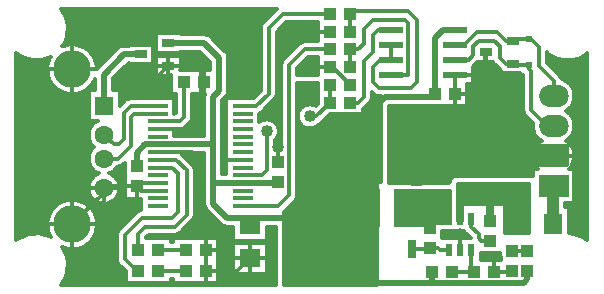
<source format=gtl>
G04 DipTrace 2.4.0.2*
%INTop.gbr*%
%MOIN*%
%ADD14C,0.013*%
%ADD15C,0.0197*%
%ADD16C,0.0125*%
%ADD17C,0.0394*%
%ADD19R,0.063X0.0709*%
%ADD20R,0.0709X0.063*%
%ADD21R,0.0394X0.0433*%
%ADD22R,0.0433X0.0394*%
%ADD24R,0.0827X0.0551*%
%ADD26R,0.0315X0.063*%
%ADD27R,0.0984X0.0748*%
%ADD28O,0.0984X0.0748*%
%ADD29R,0.063X0.063*%
%ADD30C,0.063*%
%ADD31C,0.126*%
%ADD32R,0.0394X0.126*%
%ADD34R,0.0413X0.0256*%
%ADD36R,0.0236X0.0236*%
%ADD37R,0.0787X0.0236*%
%ADD38R,0.0709X0.0157*%
%ADD39R,0.0236X0.0433*%
%ADD40C,0.04*%
%FSLAX44Y44*%
G04*
G70*
G90*
G75*
G01*
%LNTop*%
%LPD*%
X20171Y4687D2*
D14*
Y5187D1*
X19046Y5937D2*
Y5406D1*
X20796Y4727D2*
X20756Y4687D1*
X20171D1*
X19921Y12008D2*
X19882D1*
Y8750D1*
X19546Y8414D1*
X18878Y11258D2*
X19882D1*
Y12008D1*
X18878Y10630D2*
Y11258D1*
Y10630D2*
Y9083D1*
X19546Y8414D1*
X14724Y12697D2*
X14075D1*
X13976Y12795D1*
X14724Y11516D2*
X14803D1*
X15394Y10925D1*
X14724Y11516D2*
X14173D1*
X14075Y11614D1*
X12992Y8346D2*
Y8858D1*
X10571Y4724D2*
Y5413D1*
Y4724D2*
X11189D1*
X11624D1*
X12046Y5147D1*
X7185Y7480D2*
Y7335D1*
X6122Y6272D1*
X8976Y7657D2*
X8386D1*
X8268Y7539D1*
X8976Y7402D2*
X8406D1*
X8268Y7539D1*
X9327Y11564D2*
X10286D1*
X10433Y11417D1*
Y10945D1*
X10512Y11024D1*
X8268Y7539D2*
X7244D1*
X7185Y7480D1*
X8976Y9449D2*
X9843D1*
X10124Y9731D1*
X10433Y10039D1*
Y10945D1*
X8976Y8681D2*
X10118D1*
X10335Y8465D1*
X11189Y4724D2*
Y5051D1*
X11122Y5118D1*
X10124Y9731D2*
X10151D1*
X10335Y9547D1*
X8858Y10925D2*
Y11095D1*
X9327Y11564D1*
X11811Y8425D2*
X11260D1*
X11122Y8563D1*
Y10335D1*
X11614Y10827D1*
X8996Y5413D2*
X9902D1*
X18127Y4687D2*
D15*
Y4312D1*
X16171D1*
Y5411D1*
X16127Y5455D1*
Y6768D1*
X16171Y6812D1*
X18127Y4312D2*
X21171D1*
X21296Y4437D1*
Y4727D1*
X18209Y10630D2*
Y12500D1*
X18467Y12758D1*
X18878D1*
X18209Y10630D2*
Y10531D1*
X16535D1*
X16240Y10236D1*
Y9006D1*
X16171Y8937D1*
X8976D2*
X8543D1*
X8268Y8661D1*
Y8209D1*
X11811Y7657D2*
X12972D1*
X12992Y7677D1*
X9327Y12312D2*
X10523D1*
X11024Y11811D1*
Y10728D1*
X10827Y10531D1*
Y8937D1*
Y7657D1*
X11811D1*
X8976Y8937D2*
X10827D1*
Y7657D2*
Y6969D1*
X11296Y6500D1*
X11929D1*
X15859D1*
X16171Y6812D1*
X11929Y6500D2*
D14*
X11804Y6375D1*
X12046D1*
Y6250D1*
X15394Y10335D2*
X15650D1*
X15846Y10531D1*
Y11713D1*
X16142Y12008D1*
Y12598D1*
X16301Y12758D1*
X16752D1*
X14724Y12106D2*
X13878D1*
X13359Y11587D1*
Y7256D1*
X12992Y6890D1*
X11811D1*
X16752Y11758D2*
D16*
Y12258D1*
X15394Y13287D2*
Y12697D1*
Y13287D2*
D14*
Y13386D1*
X17323D1*
X17618Y13091D1*
Y11024D1*
X17421Y10827D1*
X16339D1*
X16142Y11024D1*
Y11516D1*
X16384Y11758D1*
X16752D1*
X22169Y9555D2*
D16*
X21941D1*
X21421Y10075D1*
Y11375D1*
X21358Y11437D1*
Y11575D1*
X20827D1*
Y11634D1*
X18878Y11758D2*
X19337D1*
X19488Y11909D1*
Y12205D1*
X19685Y12402D1*
X20177D1*
X20374Y12205D1*
Y11811D1*
X20571Y11614D1*
X20807D1*
X20827Y11634D1*
X21358Y12441D2*
X21417D1*
X21671Y12187D1*
Y11562D1*
X22169Y11064D1*
Y10555D1*
X21358Y12441D2*
X20827D1*
Y12382D1*
X20591D1*
X20276Y12697D1*
X19619D1*
X19180Y12258D1*
X18878D1*
X19420Y5406D2*
D14*
Y4769D1*
X19502Y4687D1*
X18796D2*
X19502D1*
X14724Y13287D2*
X13147D1*
X12671Y12812D1*
Y10625D1*
X12263Y10217D1*
X11811D1*
X8996Y4724D2*
X9902D1*
X20046Y5727D2*
X19756D1*
X19671Y5812D1*
Y5937D1*
X19420Y6188D1*
Y6469D1*
X17466Y5455D2*
X18024D1*
X18046Y5477D1*
X18318D1*
X18390Y5406D1*
X18672D1*
X20796Y5397D2*
X21296D1*
X22169Y7555D2*
D17*
X22165Y7551D1*
Y6299D1*
X8421Y11938D2*
D15*
X8420Y11937D1*
X7859D1*
X7185Y11263D1*
Y10236D1*
X8976Y9961D2*
D14*
X8189D1*
X8071Y9843D1*
Y8899D1*
X7636Y8465D1*
X7185D1*
X8976Y10217D2*
X8076D1*
X7859Y10000D1*
Y9125D1*
X7671Y8937D1*
X7500D1*
X7185Y9252D1*
X8327Y5413D2*
Y5965D1*
X8563Y6201D1*
X9547D1*
X9941Y6594D1*
Y8071D1*
X9587Y8425D1*
X8976D1*
X8327Y4724D2*
X8268D1*
X7874Y5118D1*
Y5906D1*
X8465Y6496D1*
X9449D1*
X9646Y6693D1*
Y7972D1*
X9449Y8169D1*
X8976D1*
Y9705D2*
X9705D1*
X9843Y9843D1*
Y11024D1*
X15394Y12106D2*
D16*
Y11516D1*
Y12106D2*
D14*
X15650D1*
X15846Y12303D1*
Y12795D1*
X16142Y13091D1*
X17224D1*
X17323Y12992D1*
Y11258D1*
X16752D1*
X14724Y10335D2*
Y10925D1*
X11811Y7913D2*
X12441D1*
X12609Y8081D1*
Y9375D1*
X14046Y9875D2*
X14264D1*
X14724Y10335D1*
D40*
X20171Y5187D3*
X19046Y5937D3*
X13976Y12795D3*
X14075Y11614D3*
X12992Y8858D3*
X10335Y8465D3*
X11122Y5118D3*
X10335Y8465D3*
Y9547D3*
Y8465D3*
X8858Y10925D3*
X11614Y10827D3*
X12992Y8858D3*
X10335Y9547D3*
X12609Y9375D3*
X14046Y9875D3*
X10484Y13250D3*
X21234Y9187D3*
X18671D3*
X17921D3*
X17796Y9812D3*
X19671Y9187D3*
X20421D3*
X18999Y7493D2*
D14*
X21343D1*
X18999Y7365D2*
X21343D1*
X18999Y7236D2*
X21343D1*
X18999Y7108D2*
X21343D1*
X18999Y6979D2*
X21343D1*
X19004Y6850D2*
X19089D1*
X19999D2*
X20093D1*
X20561D2*
X21343D1*
X19004Y6722D2*
X19089D1*
X19999D2*
X20093D1*
X20561D2*
X21343D1*
X19004Y6593D2*
X19089D1*
X19999D2*
X20093D1*
X20561D2*
X21343D1*
X19004Y6465D2*
X19089D1*
X19999D2*
X20093D1*
X20561D2*
X21343D1*
X20561Y6336D2*
X21343D1*
X20561Y6207D2*
X21343D1*
X20561Y6079D2*
X21343D1*
X19102Y6379D2*
Y6885D1*
X19108D1*
X19112Y6902D1*
X19162Y6939D1*
X19921D1*
X19976Y6908D1*
X19986Y6875D1*
Y6377D1*
X20106D1*
Y6875D1*
X20138Y6929D1*
X20171Y6939D1*
X20484D1*
X20539Y6908D1*
X20549Y6875D1*
Y6002D1*
X21356D1*
Y7622D1*
X18986D1*
Y6885D1*
X18990D1*
Y6376D1*
X19102Y6377D1*
X16937Y7306D2*
X18718D1*
X16937Y7177D2*
X18718D1*
X16937Y7049D2*
X18718D1*
X16937Y6920D2*
X18718D1*
X16937Y6791D2*
X18714D1*
X16937Y6663D2*
X18714D1*
X16937Y6534D2*
X18714D1*
X16937Y6406D2*
X18714D1*
X16937Y6277D2*
X18156D1*
X18728Y6314D2*
X18731Y6894D1*
Y7372D1*
X16924D1*
Y6252D1*
X18168D1*
X18175Y6277D1*
X18225Y6314D1*
X18727D1*
X13636Y10868D2*
X14294D1*
X13636Y10740D2*
X14294D1*
X13636Y10611D2*
X14294D1*
X16125D2*
X16173D1*
X13636Y10483D2*
X14294D1*
X16119D2*
X16406D1*
X13636Y10354D2*
X14294D1*
X16056D2*
X16406D1*
X13636Y10225D2*
X13842D1*
X15928D2*
X16406D1*
X13636Y10097D2*
X13702D1*
X15823D2*
X16406D1*
X15823Y9968D2*
X16406D1*
X14617Y9840D2*
X16406D1*
X14489Y9711D2*
X16406D1*
X13636Y9582D2*
X13761D1*
X14333D2*
X16406D1*
X13636Y9454D2*
X16406D1*
X13636Y9325D2*
X16406D1*
X13636Y9197D2*
X16406D1*
X13636Y9068D2*
X16406D1*
X13636Y8939D2*
X16406D1*
X13636Y8811D2*
X16406D1*
X13636Y8682D2*
X16406D1*
X13636Y8553D2*
X16406D1*
X13636Y8425D2*
X16406D1*
X13636Y8296D2*
X16406D1*
X13636Y8168D2*
X16406D1*
X13636Y8039D2*
X16406D1*
X13636Y7910D2*
X16406D1*
X13636Y7782D2*
X16406D1*
X13636Y7653D2*
X16280D1*
X13636Y7525D2*
X16280D1*
X13636Y7396D2*
X16280D1*
X13636Y7267D2*
X16280D1*
X13610Y7139D2*
X16280D1*
X13500Y7010D2*
X16280D1*
X13372Y6882D2*
X16280D1*
X13243Y6753D2*
X16280D1*
X13188Y6624D2*
X16280D1*
X13188Y6496D2*
X16280D1*
X13188Y6367D2*
X16280D1*
X13188Y6239D2*
X16280D1*
X13188Y6110D2*
X16280D1*
X13188Y5981D2*
X16280D1*
X13188Y5853D2*
X16280D1*
X13188Y5724D2*
X16280D1*
X13188Y5595D2*
X16280D1*
X13188Y5467D2*
X16280D1*
X13188Y5338D2*
X16280D1*
X13188Y5210D2*
X16280D1*
X13188Y5081D2*
X16280D1*
X13188Y4952D2*
X16280D1*
X13188Y4824D2*
X16280D1*
X13188Y4695D2*
X16280D1*
X13188Y4567D2*
X16280D1*
X13188Y4438D2*
X16280D1*
X13188Y4309D2*
X16280D1*
X14309Y10528D2*
X14308Y10723D1*
Y10997D1*
X13623D1*
X13624Y7256D1*
X13616Y7192D1*
X13593Y7132D1*
X13546Y7069D1*
X13178Y6701D1*
X13174Y6605D1*
Y4252D1*
X16294D1*
Y7625D1*
X16326Y7679D1*
X16359Y7689D1*
X16419D1*
Y10562D1*
X16339D1*
X16274Y10570D1*
X16214Y10593D1*
X16151Y10639D1*
X16112Y10678D1*
X16111Y10531D1*
X16104Y10467D1*
X16080Y10407D1*
X16034Y10344D1*
X15817Y10129D1*
X15810Y10082D1*
Y9938D1*
X14977Y9940D1*
X14701Y9938D1*
X14452Y9687D1*
X14378Y9635D1*
X14271Y9544D1*
X14215Y9512D1*
X14154Y9489D1*
X14090Y9477D1*
X14025Y9475D1*
X13961Y9484D1*
X13899Y9503D1*
X13841Y9531D1*
X13788Y9569D1*
X13742Y9615D1*
X13704Y9668D1*
X13675Y9726D1*
X13656Y9788D1*
X13647Y9852D1*
X13648Y9917D1*
X13660Y9981D1*
X13683Y10041D1*
X13714Y10098D1*
X13755Y10149D1*
X13803Y10192D1*
X13858Y10227D1*
X13917Y10253D1*
X13980Y10269D1*
X14045Y10275D1*
X14109Y10270D1*
X14173Y10254D1*
X14241Y10223D1*
X14308Y10293D1*
X14310Y10732D1*
X17062Y9118D2*
X21385D1*
X17062Y8990D2*
X21513D1*
X17062Y8861D2*
X22593D1*
X17062Y8733D2*
X22593D1*
X17062Y8604D2*
X22593D1*
X17062Y8475D2*
X22593D1*
X17062Y8347D2*
X22593D1*
X17062Y8218D2*
X21342D1*
X17062Y8090D2*
X18718D1*
X17062Y7961D2*
X18718D1*
X17062Y7832D2*
X18718D1*
X17062Y7704D2*
X18718D1*
X17049Y9182D2*
Y7689D1*
X18731D1*
Y8062D1*
X18763Y8117D1*
X18796Y8127D1*
X21356D1*
Y8187D1*
X21388Y8242D1*
X21421Y8252D1*
X22606D1*
Y8872D1*
X21670Y8873D1*
X21625Y8891D1*
X21268Y9248D1*
X20647Y9247D1*
X17049D1*
Y9182D1*
X5841Y13326D2*
X12798D1*
X5904Y13198D2*
X12668D1*
X5949Y13069D2*
X12540D1*
X5975Y12940D2*
X12427D1*
X13188D2*
X14294D1*
X5985Y12812D2*
X12394D1*
X13058D2*
X14294D1*
X5979Y12683D2*
X12394D1*
X12950D2*
X14294D1*
X5957Y12554D2*
X8907D1*
X10709D2*
X12394D1*
X12950D2*
X14294D1*
X5918Y12426D2*
X8907D1*
X10843D2*
X12394D1*
X12950D2*
X14294D1*
X5859Y12297D2*
X8907D1*
X10973D2*
X12394D1*
X12950D2*
X13681D1*
X6541Y12169D2*
X7658D1*
X8841D2*
X8907D1*
X11101D2*
X12394D1*
X12950D2*
X13553D1*
X6714Y12040D2*
X7526D1*
X8841D2*
X8907D1*
X11229D2*
X12394D1*
X12950D2*
X13423D1*
X6821Y11911D2*
X7398D1*
X8841D2*
X10488D1*
X11318D2*
X12394D1*
X12950D2*
X13296D1*
X21947D2*
X22057D1*
X23218D2*
X23283D1*
X4276Y11783D2*
X4629D1*
X5214D2*
X5350D1*
X6893D2*
X7271D1*
X8841D2*
X8907D1*
X9747D2*
X10616D1*
X11334D2*
X12394D1*
X12950D2*
X13168D1*
X13943D2*
X14294D1*
X21947D2*
X22345D1*
X22930D2*
X23283D1*
X4276Y11654D2*
X5305D1*
X6937D2*
X7141D1*
X8841D2*
X8907D1*
X9747D2*
X10711D1*
X11334D2*
X12394D1*
X12950D2*
X13089D1*
X13813D2*
X14294D1*
X19617D2*
X20151D1*
X21963D2*
X23283D1*
X4276Y11526D2*
X5283D1*
X7883D2*
X8907D1*
X9747D2*
X10711D1*
X11334D2*
X12394D1*
X12950D2*
X13080D1*
X13685D2*
X14294D1*
X19485D2*
X20275D1*
X22091D2*
X23283D1*
X4276Y11397D2*
X5281D1*
X7753D2*
X8907D1*
X11334D2*
X12394D1*
X12950D2*
X13080D1*
X13636D2*
X14294D1*
X19485D2*
X20407D1*
X22221D2*
X23283D1*
X4276Y11268D2*
X5297D1*
X7625D2*
X8907D1*
X11334D2*
X12394D1*
X12950D2*
X13080D1*
X13636D2*
X14294D1*
X19485D2*
X21028D1*
X22349D2*
X23283D1*
X4276Y11140D2*
X5338D1*
X7497D2*
X9412D1*
X11334D2*
X12394D1*
X12950D2*
X13080D1*
X19485D2*
X21146D1*
X22434D2*
X23283D1*
X4276Y11011D2*
X5401D1*
X7495D2*
X9412D1*
X11334D2*
X12394D1*
X12950D2*
X13080D1*
X19485D2*
X21146D1*
X22650D2*
X23283D1*
X4276Y10883D2*
X5498D1*
X6744D2*
X6875D1*
X7495D2*
X9412D1*
X11334D2*
X12394D1*
X12950D2*
X13080D1*
X19308D2*
X21146D1*
X22771D2*
X23283D1*
X4276Y10754D2*
X5649D1*
X6594D2*
X6875D1*
X7495D2*
X9412D1*
X11334D2*
X12394D1*
X12950D2*
X13080D1*
X19308D2*
X21146D1*
X22838D2*
X23283D1*
X4276Y10625D2*
X5979D1*
X6265D2*
X6657D1*
X7713D2*
X9564D1*
X10120D2*
X10531D1*
X11316D2*
X12285D1*
X12950D2*
X13080D1*
X19308D2*
X21146D1*
X22871D2*
X23283D1*
X4276Y10497D2*
X6657D1*
X7713D2*
X9564D1*
X10120D2*
X10514D1*
X11227D2*
X12157D1*
X12916D2*
X13080D1*
X19308D2*
X21146D1*
X22871D2*
X23283D1*
X4276Y10368D2*
X6657D1*
X7713D2*
X7839D1*
X10120D2*
X10514D1*
X11137D2*
X11243D1*
X12802D2*
X13080D1*
X19308D2*
X21146D1*
X22842D2*
X23283D1*
X4276Y10240D2*
X6657D1*
X10120D2*
X10514D1*
X11137D2*
X11243D1*
X12674D2*
X13080D1*
X19308D2*
X21146D1*
X22779D2*
X23283D1*
X4276Y10111D2*
X6657D1*
X10120D2*
X10514D1*
X11137D2*
X11243D1*
X12546D2*
X13080D1*
X16698D2*
X21146D1*
X22664D2*
X23283D1*
X4276Y9982D2*
X6657D1*
X10120D2*
X10514D1*
X11137D2*
X11243D1*
X12400D2*
X13080D1*
X16698D2*
X21162D1*
X22684D2*
X23283D1*
X4276Y9854D2*
X6657D1*
X10120D2*
X10514D1*
X11137D2*
X11243D1*
X12378D2*
X13080D1*
X16698D2*
X21257D1*
X22790D2*
X23283D1*
X4276Y9725D2*
X6657D1*
X10094D2*
X10514D1*
X11137D2*
X11243D1*
X12814D2*
X13080D1*
X16698D2*
X21387D1*
X22848D2*
X23283D1*
X4276Y9596D2*
X6789D1*
X9984D2*
X10514D1*
X11137D2*
X11243D1*
X12954D2*
X13080D1*
X16698D2*
X21466D1*
X22873D2*
X23283D1*
X4276Y9468D2*
X6704D1*
X9836D2*
X10514D1*
X11137D2*
X11243D1*
X13011D2*
X13082D1*
X16700D2*
X21470D1*
X22867D2*
X23283D1*
X4276Y9339D2*
X6666D1*
X9544D2*
X10514D1*
X11137D2*
X11243D1*
X16700D2*
X21507D1*
X22832D2*
X23283D1*
X4276Y9211D2*
X6659D1*
X11137D2*
X11243D1*
X12987D2*
X13082D1*
X16700D2*
X21580D1*
X22759D2*
X23283D1*
X4276Y9082D2*
X6686D1*
X11137D2*
X11243D1*
X12895D2*
X13080D1*
X16700D2*
X21714D1*
X22625D2*
X23283D1*
X4276Y8953D2*
X6753D1*
X11137D2*
X11243D1*
X12887D2*
X13080D1*
X16700D2*
X17733D1*
X18985D2*
X21625D1*
X22714D2*
X23283D1*
X4276Y8825D2*
X6804D1*
X11137D2*
X11243D1*
X12887D2*
X13080D1*
X16700D2*
X17733D1*
X18985D2*
X21531D1*
X22808D2*
X23283D1*
X4276Y8696D2*
X6712D1*
X11137D2*
X11243D1*
X16700D2*
X17733D1*
X18985D2*
X21483D1*
X22857D2*
X23283D1*
X4276Y8568D2*
X6668D1*
X9832D2*
X10514D1*
X11137D2*
X11243D1*
X16700D2*
X17733D1*
X18985D2*
X21464D1*
X22875D2*
X23283D1*
X4276Y8439D2*
X6657D1*
X9960D2*
X10514D1*
X11137D2*
X11243D1*
X16700D2*
X17733D1*
X18985D2*
X21477D1*
X22863D2*
X23283D1*
X4276Y8310D2*
X6680D1*
X10090D2*
X10514D1*
X11137D2*
X11243D1*
X16700D2*
X17733D1*
X18985D2*
X21519D1*
X22820D2*
X23283D1*
X4276Y8182D2*
X6743D1*
X7627D2*
X7857D1*
X10195D2*
X10514D1*
X11137D2*
X11243D1*
X16700D2*
X17733D1*
X18985D2*
X21602D1*
X22737D2*
X23283D1*
X4276Y8053D2*
X6862D1*
X7508D2*
X7857D1*
X10220D2*
X10514D1*
X11137D2*
X11243D1*
X16700D2*
X21464D1*
X22875D2*
X23283D1*
X4276Y7925D2*
X6911D1*
X7459D2*
X7857D1*
X10220D2*
X10514D1*
X16700D2*
X21464D1*
X22875D2*
X23283D1*
X4276Y7796D2*
X6765D1*
X7605D2*
X7857D1*
X10220D2*
X10514D1*
X16700D2*
X18740D1*
X22875D2*
X23283D1*
X4276Y7667D2*
X6692D1*
X7678D2*
X7857D1*
X10220D2*
X10514D1*
X16700D2*
X18675D1*
X22875D2*
X23283D1*
X4276Y7539D2*
X6659D1*
X7711D2*
X7857D1*
X10220D2*
X10514D1*
X22875D2*
X23283D1*
X4276Y7410D2*
X6661D1*
X7709D2*
X7857D1*
X10220D2*
X10514D1*
X22875D2*
X23283D1*
X4276Y7281D2*
X6698D1*
X7672D2*
X7857D1*
X10220D2*
X10514D1*
X22875D2*
X23283D1*
X4276Y7153D2*
X6775D1*
X7595D2*
X7857D1*
X10220D2*
X10514D1*
X22875D2*
X23283D1*
X4276Y7024D2*
X5760D1*
X6484D2*
X6934D1*
X7437D2*
X8409D1*
X10220D2*
X10514D1*
X22875D2*
X23283D1*
X4276Y6896D2*
X5561D1*
X6681D2*
X8409D1*
X10220D2*
X10525D1*
X22574D2*
X23283D1*
X4276Y6767D2*
X5443D1*
X6801D2*
X8409D1*
X10220D2*
X10594D1*
X22694D2*
X23283D1*
X4276Y6638D2*
X5364D1*
X6880D2*
X8219D1*
X10220D2*
X10722D1*
X22694D2*
X23283D1*
X4276Y6510D2*
X5314D1*
X6929D2*
X8091D1*
X10206D2*
X10851D1*
X22694D2*
X23283D1*
X4276Y6381D2*
X5287D1*
X6957D2*
X7963D1*
X10116D2*
X10979D1*
X22694D2*
X23283D1*
X4276Y6253D2*
X5279D1*
X6966D2*
X7833D1*
X9986D2*
X11115D1*
X22694D2*
X23283D1*
X4276Y6124D2*
X5293D1*
X6951D2*
X7705D1*
X9858D2*
X11479D1*
X12613D2*
X12896D1*
X22694D2*
X23283D1*
X4276Y5995D2*
X5326D1*
X6917D2*
X7612D1*
X9728D2*
X11479D1*
X12613D2*
X12896D1*
X18456D2*
X19225D1*
X22694D2*
X23283D1*
X4276Y5867D2*
X4451D1*
X6860D2*
X7595D1*
X8616D2*
X11479D1*
X12613D2*
X12896D1*
X18456D2*
X19353D1*
X23108D2*
X23283D1*
X6771Y5738D2*
X7595D1*
X11001D2*
X11479D1*
X12613D2*
X12896D1*
X6635Y5610D2*
X7595D1*
X11001D2*
X11479D1*
X12613D2*
X12896D1*
X6387Y5481D2*
X7595D1*
X11001D2*
X11479D1*
X12613D2*
X12896D1*
X5892Y5352D2*
X7595D1*
X11001D2*
X11479D1*
X12613D2*
X12896D1*
X5940Y5224D2*
X7595D1*
X11001D2*
X11479D1*
X12613D2*
X12896D1*
X19751D2*
X20386D1*
X5971Y5095D2*
X7597D1*
X11001D2*
X11479D1*
X12613D2*
X12896D1*
X19751D2*
X20386D1*
X5983Y4967D2*
X7644D1*
X11001D2*
X11479D1*
X12613D2*
X12896D1*
X5981Y4838D2*
X7766D1*
X11001D2*
X11479D1*
X12613D2*
X12896D1*
X5963Y4709D2*
X7896D1*
X11001D2*
X11479D1*
X12613D2*
X12896D1*
X5928Y4581D2*
X7898D1*
X11001D2*
X12896D1*
X5873Y4452D2*
X7898D1*
X11001D2*
X12896D1*
X5798Y4323D2*
X12896D1*
X16685Y9491D2*
X16686Y9297D1*
X16684Y8383D1*
X16686Y8164D1*
Y7642D1*
X17434D1*
Y7636D1*
X18093Y7637D1*
X18651D1*
X18696Y7673D1*
X18721Y7687D1*
X18732Y7751D1*
X18762Y7808D1*
X18809Y7853D1*
X18878Y7882D1*
X18986Y7887D1*
X21434Y7886D1*
X21477Y7890D1*
Y8129D1*
X21665Y8130D1*
X21603Y8196D1*
X21552Y8272D1*
X21513Y8354D1*
X21488Y8441D1*
X21478Y8531D1*
X21481Y8622D1*
X21499Y8711D1*
X21530Y8797D1*
X21575Y8876D1*
X21631Y8947D1*
X21699Y9008D1*
X21769Y9055D1*
X21685Y9113D1*
X21637Y9157D1*
X21595Y9207D1*
X21559Y9260D1*
X21528Y9318D1*
X21505Y9378D1*
X21488Y9441D1*
X21479Y9506D1*
X21477Y9570D1*
X21484Y9641D1*
X21236Y9889D1*
X21196Y9940D1*
X21170Y9999D1*
X21159Y10075D1*
X21157Y11257D1*
X21040D1*
X21039Y11306D1*
X20420D1*
Y11399D1*
X20339Y11474D1*
X20188Y11625D1*
X20146Y11680D1*
X19628Y11678D1*
X19472Y11524D1*
Y10940D1*
X19294D1*
X19295Y10233D1*
X17792Y10235D1*
X17819Y10233D1*
X16684D1*
Y9493D1*
X18443Y5894D2*
Y5822D1*
X18990Y5820D1*
X19001Y5822D1*
X19405D1*
X19392Y5841D1*
X19233Y6001D1*
X19192Y6054D1*
X18826Y6052D1*
X18666Y6049D1*
X18445D1*
X18443Y5849D1*
X14308Y11262D2*
Y11841D1*
X13988D1*
X13625Y11478D1*
X13624Y11260D1*
X14136Y11262D1*
X14308D1*
X14310Y11322D1*
X14308Y12371D2*
Y13022D1*
X13257D1*
X12936Y12702D1*
Y10625D1*
X12928Y10560D1*
X12905Y10500D1*
X12859Y10437D1*
X12451Y10029D1*
X12377Y9977D1*
X12365Y9938D1*
X12366Y9692D1*
X12420Y9727D1*
X12480Y9753D1*
X12543Y9769D1*
X12607Y9775D1*
X12672Y9770D1*
X12735Y9754D1*
X12795Y9729D1*
X12850Y9694D1*
X12898Y9651D1*
X12939Y9600D1*
X12971Y9544D1*
X12994Y9483D1*
X13006Y9420D1*
X13009Y9375D1*
X13004Y9310D1*
X12988Y9247D1*
X12962Y9187D1*
X12927Y9133D1*
X12873Y9075D1*
X12874Y8763D1*
X13094D1*
Y11587D1*
X13102Y11651D1*
X13125Y11712D1*
X13171Y11775D1*
X13691Y12294D1*
X13742Y12334D1*
X13801Y12360D1*
X13878Y12371D1*
X14306D1*
X14310Y12503D1*
X9732Y11421D2*
X10259Y11419D1*
X10303Y11421D1*
X10725D1*
Y11689D1*
X10398Y12015D1*
X9938Y12014D1*
X9733D1*
X9734Y11984D1*
X8920D1*
Y12640D1*
X9734D1*
Y12610D1*
X10523Y12611D1*
X10587Y12603D1*
X10648Y12583D1*
X10713Y12542D1*
X11193Y12064D1*
X11235Y12022D1*
X11275Y11972D1*
X11304Y11913D1*
X11321Y11839D1*
X11322Y11161D1*
Y10728D1*
X11315Y10664D1*
X11294Y10602D1*
X11254Y10538D1*
X11124Y10407D1*
X11125Y9687D1*
Y7957D1*
X11255Y7956D1*
X11257Y8192D1*
Y9216D1*
Y9728D1*
Y10239D1*
Y10495D1*
X12168Y10496D1*
X12407Y10736D1*
X12406Y11404D1*
Y12812D1*
X12414Y12876D1*
X12437Y12937D1*
X12484Y12999D1*
X12939Y13454D1*
X5737Y13455D1*
X5792Y13383D1*
X5858Y13272D1*
X5909Y13152D1*
X5946Y13028D1*
X5967Y12900D1*
X5972Y12795D1*
X5964Y12666D1*
X5940Y12538D1*
X5900Y12414D1*
X5846Y12297D1*
X5790Y12205D1*
X5866Y12234D1*
X5966Y12260D1*
X6069Y12273D1*
X6173D1*
X6276Y12260D1*
X6377Y12235D1*
X6474Y12197D1*
X6565Y12147D1*
X6649Y12086D1*
X6725Y12015D1*
X6792Y11935D1*
X6848Y11848D1*
X6892Y11754D1*
X6925Y11656D1*
X6945Y11554D1*
X6952Y11450D1*
X7112Y11612D1*
X7648Y12148D1*
X7698Y12189D1*
X7756Y12217D1*
X7830Y12234D1*
X8015Y12236D1*
X8014Y12266D1*
X8828D1*
Y11610D1*
X8014D1*
Y11640D1*
X7978Y11634D1*
X7483Y11139D1*
X7484Y10750D1*
X7700Y10751D1*
Y10217D1*
X7888Y10404D1*
X7939Y10444D1*
X7999Y10470D1*
X8076Y10482D1*
X8423D1*
X8422Y10495D1*
X9531D1*
Y9969D1*
X9577Y9972D1*
Y10628D1*
X9426Y10627D1*
Y11238D1*
X9370Y11236D1*
X8920D1*
Y11892D1*
X9734D1*
Y11421D1*
X10259Y10627D2*
X10107D1*
X10108Y9843D1*
X10100Y9778D1*
X10076Y9718D1*
X10030Y9655D1*
X9892Y9517D1*
X9841Y9477D1*
X9782Y9451D1*
X9705Y9440D1*
X9532D1*
X9531Y9273D1*
Y9235D1*
X10529Y9236D1*
X10528Y10431D1*
Y10531D1*
X10539Y10609D1*
Y10627D1*
X10110D1*
X7871Y7792D2*
Y8326D1*
X7824Y8277D1*
X7773Y8237D1*
X7713Y8211D1*
X7626Y8200D1*
X7560Y8111D1*
X7512Y8067D1*
X7459Y8029D1*
X7402Y7998D1*
X7336Y7973D1*
X7413Y7942D1*
X7480Y7902D1*
X7540Y7853D1*
X7593Y7795D1*
X7635Y7730D1*
X7668Y7659D1*
X7689Y7585D1*
X7699Y7507D1*
X7697Y7428D1*
X7684Y7352D1*
X7659Y7278D1*
X7623Y7209D1*
X7577Y7146D1*
X7522Y7091D1*
X7459Y7044D1*
X7391Y7008D1*
X7317Y6982D1*
X7240Y6968D1*
X7163Y6966D1*
X7085Y6975D1*
X7010Y6996D1*
X6939Y7028D1*
X6874Y7070D1*
X6815Y7122D1*
X6766Y7181D1*
X6725Y7248D1*
X6696Y7320D1*
X6677Y7396D1*
X6670Y7473D1*
X6675Y7551D1*
X6691Y7627D1*
X6719Y7700D1*
X6758Y7768D1*
X6806Y7829D1*
X6863Y7882D1*
X6927Y7926D1*
X6997Y7960D1*
X7033Y7973D1*
X6962Y8000D1*
X6906Y8032D1*
X6853Y8070D1*
X6806Y8115D1*
X6766Y8166D1*
X6731Y8221D1*
X6704Y8280D1*
X6685Y8342D1*
X6673Y8406D1*
X6670Y8471D1*
X6675Y8535D1*
X6688Y8599D1*
X6709Y8660D1*
X6737Y8719D1*
X6773Y8773D1*
X6815Y8822D1*
X6852Y8857D1*
X6766Y8953D1*
X6731Y9008D1*
X6704Y9067D1*
X6685Y9129D1*
X6673Y9193D1*
X6670Y9258D1*
X6675Y9323D1*
X6688Y9386D1*
X6709Y9448D1*
X6737Y9506D1*
X6773Y9560D1*
X6815Y9610D1*
X6863Y9654D1*
X6916Y9691D1*
X6971Y9720D1*
X6670Y9721D1*
Y10751D1*
X6887D1*
Y11123D1*
X6850Y11046D1*
X6795Y10958D1*
X6729Y10878D1*
X6653Y10807D1*
X6569Y10746D1*
X6478Y10695D1*
X6382Y10657D1*
X6282Y10630D1*
X6179Y10617D1*
X6075Y10616D1*
X5972Y10629D1*
X5871Y10654D1*
X5774Y10691D1*
X5683Y10741D1*
X5598Y10801D1*
X5522Y10872D1*
X5455Y10951D1*
X5398Y11038D1*
X5353Y11132D1*
X5320Y11230D1*
X5300Y11332D1*
X5292Y11436D1*
X5297Y11540D1*
X5316Y11642D1*
X5347Y11741D1*
X5390Y11835D1*
X5405Y11863D1*
X5326Y11826D1*
X5204Y11783D1*
X5077Y11756D1*
X4947Y11745D1*
X4818Y11750D1*
X4689Y11771D1*
X4565Y11807D1*
X4446Y11859D1*
X4334Y11924D1*
X4261Y11979D1*
X4262Y10764D1*
Y5740D1*
X4355Y5806D1*
X4468Y5869D1*
X4589Y5918D1*
X4714Y5951D1*
X4843Y5969D1*
X4973Y5971D1*
X5102Y5956D1*
X5228Y5926D1*
X5350Y5880D1*
X5405Y5854D1*
X5358Y5947D1*
X5324Y6045D1*
X5302Y6146D1*
X5292Y6250D1*
X5296Y6353D1*
X5313Y6456D1*
X5342Y6556D1*
X5384Y6651D1*
X5437Y6740D1*
X5501Y6822D1*
X5574Y6895D1*
X5656Y6959D1*
X5746Y7012D1*
X5841Y7053D1*
X5941Y7082D1*
X6044Y7098D1*
X6147Y7101D1*
X6251Y7092D1*
X6352Y7069D1*
X6450Y7034D1*
X6543Y6987D1*
X6629Y6929D1*
X6707Y6861D1*
X6776Y6783D1*
X6835Y6697D1*
X6882Y6605D1*
X6918Y6507D1*
X6941Y6406D1*
X6951Y6303D1*
X6948Y6194D1*
X6932Y6091D1*
X6903Y5991D1*
X6862Y5896D1*
X6809Y5807D1*
X6746Y5724D1*
X6673Y5651D1*
X6591Y5587D1*
X6502Y5534D1*
X6407Y5492D1*
X6307Y5463D1*
X6204Y5446D1*
X6101Y5442D1*
X5997Y5451D1*
X5896Y5473D1*
X5798Y5508D1*
X5792Y5509D1*
X5858Y5398D1*
X5909Y5278D1*
X5946Y5154D1*
X5967Y5026D1*
X5972Y4921D1*
X5964Y4792D1*
X5940Y4664D1*
X5900Y4540D1*
X5846Y4423D1*
X5777Y4312D1*
X5739Y4262D1*
X12910D1*
X12909Y5031D1*
Y6203D1*
X12601Y6201D1*
Y5734D1*
X11492D1*
Y6199D1*
X11296Y6201D1*
X11232Y6208D1*
X11170Y6229D1*
X11106Y6269D1*
X10626Y6748D1*
X10575Y6808D1*
X10546Y6867D1*
X10530Y6941D1*
X10528Y7619D1*
Y8638D1*
X9745Y8639D1*
X9866Y8521D1*
X10128Y8258D1*
X10168Y8207D1*
X10195Y8148D1*
X10206Y8071D1*
Y6594D1*
X10198Y6530D1*
X10175Y6470D1*
X10128Y6407D1*
X9735Y6013D1*
X9684Y5974D1*
X9624Y5947D1*
X9547Y5936D1*
X8672D1*
X8591Y5854D1*
X8592Y5808D1*
X8743Y5810D1*
X9413D1*
Y5678D1*
X9485D1*
Y5810D1*
X10318Y5808D1*
X10362Y5810D1*
X10987D1*
Y4327D1*
X9485D1*
Y4459D1*
X9412D1*
X9413Y4327D1*
X8579Y4330D1*
X8289Y4327D1*
X7910D1*
Y4707D1*
X7687Y4931D1*
X7647Y4982D1*
X7620Y5041D1*
X7609Y5118D1*
Y5906D1*
X7617Y5970D1*
X7640Y6030D1*
X7687Y6093D1*
X8277Y6683D1*
X8328Y6723D1*
X8412Y6756D1*
X8422Y6806D1*
Y7123D1*
X7871D1*
Y7956D1*
X11505Y5662D2*
X12601D1*
Y4632D1*
X11492D1*
Y5662D1*
X11505D1*
X17758Y9073D2*
X18972D1*
Y8122D1*
X17745D1*
Y9073D1*
X17758D1*
X22562Y6854D2*
X22680D1*
Y5971D1*
X22818Y5956D1*
X22945Y5926D1*
X23066Y5880D1*
X23181Y5820D1*
X23299Y5737D1*
X23297Y6237D1*
Y11976D1*
X23215Y11917D1*
X23102Y11853D1*
X22982Y11803D1*
X22857Y11768D1*
X22729Y11749D1*
X22599Y11745D1*
X22470Y11758D1*
X22343Y11787D1*
X22221Y11831D1*
X22105Y11890D1*
X21998Y11962D1*
X21934Y12016D1*
Y11669D1*
X22355Y11250D1*
X22395Y11199D1*
X22421Y11137D1*
X22439Y11109D1*
X22500Y11088D1*
X22559Y11061D1*
X22614Y11027D1*
X22666Y10987D1*
X22712Y10942D1*
X22753Y10891D1*
X22788Y10837D1*
X22816Y10778D1*
X22838Y10717D1*
X22853Y10654D1*
X22861Y10555D1*
X22858Y10490D1*
X22847Y10426D1*
X22829Y10364D1*
X22804Y10304D1*
X22772Y10247D1*
X22734Y10195D1*
X22691Y10146D1*
X22642Y10104D1*
X22569Y10056D1*
X22666Y9987D1*
X22712Y9942D1*
X22753Y9891D1*
X22788Y9837D1*
X22816Y9778D1*
X22838Y9717D1*
X22853Y9654D1*
X22861Y9555D1*
X22858Y9490D1*
X22847Y9426D1*
X22829Y9364D1*
X22804Y9304D1*
X22772Y9247D1*
X22734Y9195D1*
X22691Y9146D1*
X22642Y9104D1*
X22569Y9056D1*
X22646Y9004D1*
X22712Y8942D1*
X22768Y8870D1*
X22811Y8790D1*
X22842Y8705D1*
X22858Y8615D1*
X22861Y8529D1*
X22850Y8439D1*
X22824Y8352D1*
X22785Y8270D1*
X22734Y8195D1*
X22672Y8129D1*
X22861D1*
Y6981D1*
X22563D1*
X22562Y6855D1*
X19768Y5084D2*
X20400D1*
X20399Y5311D1*
X19739D1*
X19738Y5085D1*
X19768Y5084D1*
X14308Y11516D2*
X14724D1*
X14308Y12697D2*
X14724D1*
X10512Y11420D2*
Y10627D1*
X18878Y10630D2*
Y10233D1*
Y10630D2*
X19294D1*
X8268Y7539D2*
Y7123D1*
X7871Y7539D2*
X8268D1*
X12992Y8763D2*
Y8346D1*
X12046Y5662D2*
Y4632D1*
X11492Y5147D2*
X12600D1*
X18359Y9073D2*
Y8122D1*
X17746Y8597D2*
X18972D1*
X21477Y8555D2*
X22861D1*
X7185Y7480D2*
Y6966D1*
X6670Y7480D2*
X7700D1*
X6122Y12275D2*
Y10615D1*
X5292Y11445D2*
X6952D1*
X6122Y7101D2*
Y5442D1*
X5292Y6272D2*
X6952D1*
X20171Y5084D2*
Y4687D1*
X10571Y5810D2*
Y5413D1*
X10987D1*
X10571Y4724D2*
Y4328D1*
Y4724D2*
X10987D1*
X19921Y12008D2*
Y11680D1*
X9327Y11892D2*
Y11236D1*
X8920Y11564D2*
X9733D1*
X18878Y11258D2*
X19471D1*
X11257Y8425D2*
X11811D1*
X8976Y9449D2*
X9531D1*
X19046Y5822D2*
Y5406D1*
D19*
X16171Y8937D3*
X17274D3*
X16171Y8000D3*
X17274D3*
D20*
X19546Y7312D3*
Y8414D3*
D21*
X18046Y5477D3*
Y6147D3*
D22*
X15394Y11516D3*
X14724D3*
X15394Y12697D3*
X14724D3*
Y10925D3*
X15394D3*
X9843Y11024D3*
X10512D3*
X18878Y10630D3*
X18209D3*
D21*
X8268Y8209D3*
Y7539D3*
X12992Y7677D3*
Y8346D3*
D20*
X12046Y6250D3*
Y5147D3*
D24*
X18359Y7062D3*
Y8597D3*
D20*
X20421Y7312D3*
Y8414D3*
D26*
X17466Y5455D3*
X16127D3*
D21*
X21296Y5397D3*
Y4727D3*
D22*
X8996Y5413D3*
X8327D3*
X8996Y4724D3*
X8327D3*
D19*
X21063Y6299D3*
X22165D3*
D27*
X22169Y7555D3*
D28*
Y8555D3*
Y9555D3*
Y10555D3*
D29*
X7185Y10236D3*
D30*
Y9252D3*
Y8465D3*
Y7480D3*
D31*
X6122Y11445D3*
Y6272D3*
D32*
X16171Y6812D3*
X17037D3*
D22*
X18796Y4687D3*
X18127D3*
X20171D3*
X19502D3*
D21*
X20046Y5727D3*
Y6397D3*
X20796Y4727D3*
Y5397D3*
D22*
X10571Y5413D3*
X9902D3*
X10571Y4724D3*
X9902D3*
X14724Y12106D3*
X15394D3*
X14724Y13287D3*
X15394D3*
X14724Y10335D3*
X15394D3*
D34*
X20827Y11634D3*
Y12382D3*
X19921Y12008D3*
D36*
X21358Y12441D3*
Y11575D3*
D34*
X9327Y11564D3*
Y12312D3*
X8421Y11938D3*
D37*
X16752Y12758D3*
Y12258D3*
Y11758D3*
Y11258D3*
X18878D3*
Y11758D3*
Y12258D3*
Y12758D3*
D38*
X11811Y6890D3*
Y7146D3*
Y7402D3*
Y7657D3*
Y7913D3*
Y8169D3*
Y8425D3*
Y8681D3*
Y8937D3*
Y9193D3*
Y9449D3*
Y9705D3*
Y9961D3*
Y10217D3*
X8976D3*
Y9961D3*
Y9705D3*
Y9449D3*
Y9193D3*
Y8937D3*
Y8681D3*
Y8425D3*
Y8169D3*
Y7913D3*
Y7657D3*
Y7402D3*
Y7146D3*
Y6890D3*
D39*
X18672Y5406D3*
X19046D3*
X19420D3*
Y6469D3*
X19046D3*
X18672D3*
M02*

</source>
